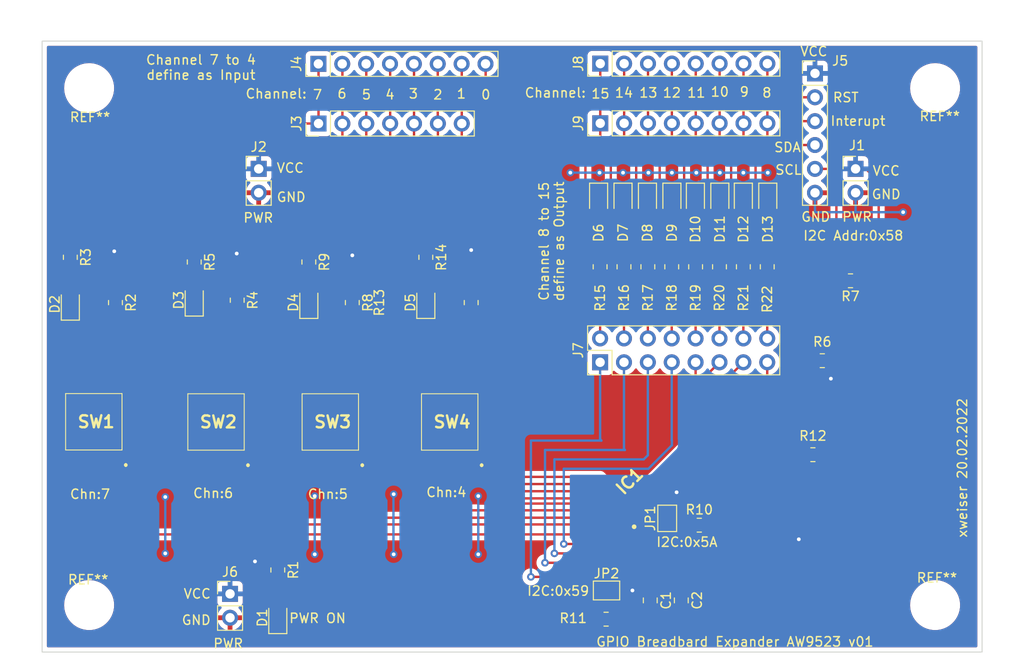
<source format=kicad_pcb>
(kicad_pcb (version 20211014) (generator pcbnew)
  (title_block (title "GPIO Breadboard expander AW9523") (date "2022-02-20") (rev "v01") (company "Reflow Pads") (comment 1 "Project ChicksiIoT"))
  (layers (0 "F.Cu" signal) (31 "B.Cu" signal) (34 "B.Paste" user) (35 "F.Paste" user) (36 "B.SilkS" user "B.Silkscreen") (37 "F.SilkS" user "F.Silkscreen") (38 "B.Mask" user) (39 "F.Mask" user) (44 "Edge.Cuts" user))
  (net 0 "")
  (net 1 "VCC")
  (net 2 "GND")
  (net 3 "Net-(D1-Pad2)")
  (net 4 "Net-(D2-Pad2)")
  (net 5 "P0_0")
  (net 6 "P0_1")
  (net 7 "P0_2")
  (net 8 "P0_3")
  (net 9 "P0_4")
  (net 10 "P0_5")
  (net 11 "P0_6")
  (net 12 "P0_7")
  (net 13 "Addr0")
  (net 14 "SCL")
  (net 15 "SDA")
  (net 16 "Addr1")
  (net 17 "Net-(D3-Pad2)")
  (net 18 "Net-(D4-Pad2)")
  (net 19 "Net-(D5-Pad2)")
  (net 20 "Net-(D6-Pad2)")
  (net 21 "Net-(D7-Pad2)")
  (net 22 "Net-(D8-Pad2)")
  (net 23 "Net-(D9-Pad2)")
  (net 24 "Net-(D10-Pad2)")
  (net 25 "Net-(D11-Pad2)")
  (net 26 "Net-(D12-Pad2)")
  (net 27 "Net-(D13-Pad2)")
  (net 28 "P1_0")
  (net 29 "P1_1")
  (net 30 "P1_2")
  (net 31 "P1_3")
  (net 32 "P1_4")
  (net 33 "P1_5")
  (net 34 "P1_6")
  (net 35 "P1_7")
  (net 36 "INT")
  (net 37 "RST")
  (net 38 "Net-(J7-Pad2)")
  (net 39 "Net-(J7-Pad4)")
  (net 40 "Net-(J7-Pad6)")
  (net 41 "Net-(J7-Pad8)")
  (net 42 "Net-(J7-Pad10)")
  (net 43 "Net-(J7-Pad12)")
  (net 44 "Net-(J7-Pad14)")
  (net 45 "Net-(J7-Pad16)")
  (footprint "SamacSys_Parts:314375650" (layer "F.Cu") (at 149.46 100.52 180)
    (fp_text reference "SW4")
    (fp_text value "SW_Push" hide)
  )
  (footprint "Resistor_SMD:R_0805_2012Metric" (layer "F.Cu") (at 170.542 84.01 90)
    (fp_text reference "R17")
    (fp_text value "220")
  )
  (footprint "LED_SMD:LED_0805_2012Metric" (layer "F.Cu") (at 122.282 87.566 90)
    (fp_text reference "D3")
    (fp_text value "Green")
  )
  (footprint "Resistor_SMD:R_0805_2012Metric" (layer "F.Cu") (at 146.92 83 -90)
    (fp_text reference "R14")
    (fp_text value "220")
  )
  (footprint "SamacSys_Parts:314375650" (layer "F.Cu") (at 111.6 100.5 180)
    (fp_text reference "SW1")
    (fp_text value "SW_Push" hide)
  )
  (footprint "SamacSys_Parts:314375650" (layer "F.Cu") (at 136.76 100.52 180)
    (fp_text reference "SW3")
    (fp_text value "SW_Push" hide)
  )
  (footprint "Resistor_SMD:R_0805_2012Metric" (layer "F.Cu") (at 189.1 94 180)
    (fp_text reference "R6")
    (fp_text value "10k")
  )
  (footprint "LED_SMD:LED_0805_2012Metric" (layer "F.Cu") (at 167.9 76.8 -90)
    (fp_text reference "D7")
    (fp_text value "Blue")
  )
  (footprint "Resistor_SMD:R_0805_2012Metric" (layer "F.Cu") (at 122.282 83.502 -90)
    (fp_text reference "R5")
    (fp_text value "220")
  )
  (footprint "Resistor_SMD:R_0805_2012Metric" (layer "F.Cu") (at 183.242 84.01 90)
    (fp_text reference "R22")
    (fp_text value "220")
  )
  (footprint "Resistor_SMD:R_0805_2012Metric" (layer "F.Cu") (at 151.746 87.82 -90)
    (fp_text reference "R13")
    (fp_text value "10k")
  )
  (footprint "Connector_PinHeader_2.54mm:PinHeader_1x08_P2.54mm_Vertical" (layer "F.Cu") (at 165.477 68.745 90)
    (fp_text reference "J9")
    (fp_text value "Conn_01x08_Male")
  )
  (footprint "LED_SMD:LED_0805_2012Metric" (layer "F.Cu") (at 178.2 76.8 -90)
    (fp_text reference "D11")
    (fp_text value "Blue")
  )
  (footprint "Capacitor_SMD:C_0805_2012Metric" (layer "F.Cu") (at 170.798 119.5 -90)
    (fp_text reference "C1")
    (fp_text value "10µF")
  )
  (footprint "MountingHole:MountingHole_4.3mm_M4" (layer "F.Cu") (at 111.1 120)
    (fp_text reference "REF**")
    (fp_text value "MountingHole_4.3mm_M4")
  )
  (footprint "LED_SMD:LED_0805_2012Metric" (layer "F.Cu") (at 180.7 76.8 -90)
    (fp_text reference "D12")
    (fp_text value "Red")
  )
  (footprint "Resistor_SMD:R_0805_2012Metric" (layer "F.Cu") (at 192.1 85.5 180)
    (fp_text reference "R7")
    (fp_text value "10k")
  )
  (footprint "LED_SMD:LED_0805_2012Metric" (layer "F.Cu") (at 109.1 88 90)
    (fp_text reference "D2")
    (fp_text value "Green")
  )
  (footprint "Resistor_SMD:R_0805_2012Metric" (layer "F.Cu") (at 176.0125 111.5)
    (fp_text reference "R10")
    (fp_text value "10k")
  )
  (footprint "MountingHole:MountingHole_4.3mm_M4" (layer "F.Cu") (at 201.1 120)
    (fp_text reference "REF**")
    (fp_text value "MountingHole_4.3mm_M4")
  )
  (footprint "Connector_PinHeader_2.54mm:PinHeader_1x02_P2.54mm_Vertical" (layer "F.Cu") (at 129.14 73.591)
    (fp_text reference "J2")
    (fp_text value "PWR_Bottom2")
  )
  (footprint "Connector_PinHeader_2.54mm:PinHeader_1x08_P2.54mm_Vertical" (layer "F.Cu") (at 135.49 62.42 90)
    (fp_text reference "J4")
    (fp_text value "P0_0-07")
  )
  (footprint "Connector_PinHeader_2.54mm:PinHeader_1x02_P2.54mm_Vertical" (layer "F.Cu") (at 192.64 73.591)
    (fp_text reference "J1")
    (fp_text value "PWR_Bottom1")
  )
  (footprint "LED_SMD:LED_0805_2012Metric" (layer "F.Cu") (at 146.92 87.82 90)
    (fp_text reference "D5")
    (fp_text value "Green")
  )
  (footprint "LED_SMD:LED_0805_2012Metric" (layer "F.Cu") (at 170.5 76.8 -90)
    (fp_text reference "D8")
    (fp_text value "Red")
  )
  (footprint "LED_SMD:LED_0805_2012Metric" (layer "F.Cu") (at 134.474 87.82 90)
    (fp_text reference "D4")
    (fp_text value "Green")
  )
  (footprint "Connector_PinHeader_2.54mm:PinHeader_1x02_P2.54mm_Vertical" (layer "F.Cu") (at 126.092 118.808)
    (fp_text reference "J6")
    (fp_text value "PWR_Top")
  )
  (footprint "Jumper:SolderJumper-2_P1.3mm_Open_TrianglePad1.0x1.5mm" (layer "F.Cu") (at 166.145 118.444)
    (fp_text reference "JP2")
    (fp_text value "SolderJumper_2_Open")
  )
  (footprint "SamacSys_Parts:314375650" (layer "F.Cu") (at 124.6 100.52 180)
    (fp_text reference "SW2")
    (fp_text value "SW_Push" hide)
  )
  (footprint "Resistor_SMD:R_0805_2012Metric" (layer "F.Cu") (at 134.474 83.502 -90)
    (fp_text reference "R9")
    (fp_text value "220")
  )
  (footprint "LED_SMD:LED_0805_2012Metric" (layer "F.Cu") (at 131.172 121.348 90)
    (fp_text reference "D1")
    (fp_text value "Green")
  )
  (footprint "Resistor_SMD:R_0805_2012Metric" (layer "F.Cu") (at 180.702 84.01 90)
    (fp_text reference "R21")
    (fp_text value "220")
  )
  (footprint "Resistor_SMD:R_0805_2012Metric" (layer "F.Cu") (at 173.082 84.01 90)
    (fp_text reference "R18")
    (fp_text value "220")
  )
  (footprint "Connector_PinHeader_2.54mm:PinHeader_1x08_P2.54mm_Vertical" (layer "F.Cu") (at 165.477 62.395 90)
    (fp_text reference "J8")
    (fp_text value "Conn_01x08_Male")
  )
  (footprint "Resistor_SMD:R_0805_2012Metric" (layer "F.Cu") (at 178.162 84.01 90)
    (fp_text reference "R20")
    (fp_text value "220")
  )
  (footprint "Connector_PinHeader_2.54mm:PinHeader_1x06_P2.54mm_Vertical" (layer "F.Cu") (at 188.322 63.436)
    (fp_text reference "J5")
    (fp_text value "I2C ComPort")
  )
  (footprint "MountingHole:MountingHole_4.3mm_M4" (layer "F.Cu") (at 111.1 65)
    (fp_text reference "REF**")
    (fp_text value "MountingHole_4.3mm_M4")
  )
  (footprint "Jumper:SolderJumper-2_P1.3mm_Open_TrianglePad1.0x1.5mm" (layer "F.Cu") (at 172.6 110.775 90)
    (fp_text reference "JP1")
    (fp_text value "SolderJumper_2_Open")
  )
  (footprint "Resistor_SMD:R_0805_2012Metric" (layer "F.Cu") (at 139.1 87.82 -90)
    (fp_text reference "R8")
    (fp_text value "10k")
  )
  (footprint "Resistor_SMD:R_0805_2012Metric" (layer "F.Cu") (at 113.9 87.82 -90)
    (fp_text reference "R2")
    (fp_text value "10k")
  )
  (footprint "Resistor_SMD:R_0805_2012Metric" (layer "F.Cu") (at 188.1 104 180)
    (fp_text reference "R12")
    (fp_text value "10k")
  )
  (footprint "Connector_PinHeader_2.54mm:PinHeader_2x08_P2.54mm_Vertical" (layer "F.Cu") (at 165.462 94.17 90)
    (fp_text reference "J7")
    (fp_text value "Conn_02x08_Odd_Even")
  )
  (footprint "Resistor_SMD:R_0805_2012Metric" (layer "F.Cu") (at 131.172 116.268 -90)
    (fp_text reference "R1")
    (fp_text value "220")
  )
  (footprint "Connector_PinHeader_2.54mm:PinHeader_1x07_P2.54mm_Vertical" (layer "F.Cu") (at 135.505 68.77 90)
    (fp_text reference "J3")
    (fp_text value "P0_0-07")
  )
  (footprint "Capacitor_SMD:C_0805_2012Metric" (layer "F.Cu") (at 174.1 119.5 -90)
    (fp_text reference "C2")
    (fp_text value "0.1µF")
  )
  (footprint "Resistor_SMD:R_0805_2012Metric" (layer "F.Cu") (at 168.002 84.01 90)
    (fp_text reference "R16")
    (fp_text value "220")
  )
  (footprint "LED_SMD:LED_0805_2012Metric" (layer "F.Cu") (at 175.6 76.8 -90)
    (fp_text reference "D10")
    (fp_text value "yellow")
  )
  (footprint "Resistor_SMD:R_0805_2012Metric" (layer "F.Cu") (at 166.1 121.5)
    (fp_text reference "R11")
    (fp_text value "10k")
  )
  (footprint "Resistor_SMD:R_0805_2012Metric" (layer "F.Cu") (at 175.622 84.01 90)
    (fp_text reference "R19")
    (fp_text value "220")
  )
  (footprint "LED_SMD:LED_0805_2012Metric" (layer "F.Cu") (at 183.3 76.8 -90)
    (fp_text reference "D13")
    (fp_text value "Green")
  )
  (footprint "Resistor_SMD:R_0805_2012Metric" (layer "F.Cu") (at 165.462 84.01 90)
    (fp_text reference "R15")
    (fp_text value "220")
  )
  (footprint "MountingHole:MountingHole_4.3mm_M4" (layer "F.Cu") (at 201.1 65)
    (fp_text reference "REF**")
    (fp_text value "MountingHole_4.3mm_M4")
  )
  (footprint "LED_SMD:LED_0805_2012Metric" (layer "F.Cu") (at 165.3 76.8 -90)
    (fp_text reference "D6")
    (fp_text value "White")
  )
  (footprint "Resistor_SMD:R_0805_2012Metric" (layer "F.Cu") (at 109.1 83 -90)
    (fp_text reference "R3")
    (fp_text value "220")
  )
  (footprint "Resistor_SMD:R_0805_2012Metric" (layer "F.Cu") (at 126.854 87.566 -90)
    (fp_text reference "R4")
    (fp_text value "10k")
  )
  (footprint "SamacSys_Parts:QFN50P400X400X80-25N-D" (layer "F.Cu") (at 165.97 111.95 -135)
    (fp_text reference "IC1")
    (fp_text value "AW9523BTQR" hide)
  )
  (footprint "LED_SMD:LED_0805_2012Metric" (layer "F.Cu") (at 173.1 76.8 -90)
    (fp_text reference "D9")
    (fp_text value "Green")
  )
  (gr_rect (start 106.1 60) (end 206.1 125) (layer "Edge.Cuts") (width 0.1) (fill none))
  (gr_text "Interupt" (at 192.9 68.5) (layer "F.SilkS") (effects (font (size 1 1))))
  (gr_text "12" (at 173.1 65.5) (layer "F.SilkS") (effects (font (size 1 1))))
  (gr_text " Channel 7 to 4 \ndefine as Input" (at 123 62.8) (layer "F.SilkS") (effects (font (size 1 1))))
  (gr_text "15" (at 165.5 65.6) (layer "F.SilkS") (effects (font (size 1 1))))
  (gr_text "Chn:6" (at 124.3 108.1) (layer "F.SilkS") (effects (font (size 1 1))))
  (gr_text "Chn:4" (at 149.1 108) (layer "F.SilkS") (effects (font (size 1 1))))
  (gr_text "Channel:" (at 131 65.6) (layer "F.SilkS") (effects (font (size 1 1))))
  (gr_text "VCC" (at 188.2 61.1) (layer "F.SilkS") (effects (font (size 1 1))))
  (gr_text "10" (at 178.2 65.4) (layer "F.SilkS") (effects (font (size 1 1))))
  (gr_text "GND" (at 188.4 78.7) (layer "F.SilkS") (effects (font (size 1 1))))
  (gr_text "SCL" (at 185.5 73.7) (layer "F.SilkS") (effects (font (size 1 1))))
  (gr_text "PWR" (at 192.8 78.7) (layer "F.SilkS") (effects (font (size 1 1))))
  (gr_text "5" (at 140.6 65.7) (layer "F.SilkS") (effects (font (size 1 1))))
  (gr_text "3" (at 145.6 65.6) (layer "F.SilkS") (effects (font (size 1 1))))
  (gr_text "7" (at 135.4 65.7) (layer "F.SilkS") (effects (font (size 1 1))))
  (gr_text "Chn:5" (at 136.5 108.2) (layer "F.SilkS") (effects (font (size 1 1))))
  (gr_text "VCC" (at 195.9 73.8) (layer "F.SilkS") (effects (font (size 1 1))))
  (gr_text "PWR" (at 129.1 78.8) (layer "F.SilkS") (effects (font (size 1 1))))
  (gr_text "9" (at 180.8 65.4) (layer "F.SilkS") (effects (font (size 1 1))))
  (gr_text "1" (at 150.7 65.6) (layer "F.SilkS") (effects (font (size 1 1))))
  (gr_text "xweiser 20.02.2022" (at 204 105.4 90) (layer "F.SilkS") (effects (font (size 1 1))))
  (gr_text "I2C:0x5A" (at 174.7 113.3) (layer "F.SilkS") (effects (font (size 1 1))))
  (gr_text "I2C:0x59" (at 161 118.5) (layer "F.SilkS") (effects (font (size 1 1))))
  (gr_text "PWR" (at 125.9 124.1) (layer "F.SilkS") (effects (font (size 1 1))))
  (gr_text "GND" (at 132.6 76.6) (layer "F.SilkS") (effects (font (size 1 1))))
  (gr_text "8" (at 183.2 65.5) (layer "F.SilkS") (effects (font (size 1 1))))
  (gr_text "GND" (at 195.9 76.3) (layer "F.SilkS") (effects (font (size 1 1))))
  (gr_text "SDA" (at 185.4 71.3) (layer "F.SilkS") (effects (font (size 1 1))))
  (gr_text "GND" (at 122.5 121.6) (layer "F.SilkS") (effects (font (size 1 1))))
  (gr_text "PWR ON" (at 135.4 121.4) (layer "F.SilkS") (effects (font (size 1 1))))
  (gr_text "11" (at 175.7 65.5) (layer "F.SilkS") (effects (font (size 1 1))))
  (gr_text "14" (at 168 65.5) (layer "F.SilkS") (effects (font (size 1 1))))
  (gr_text "VCC" (at 122.6 118.8) (layer "F.SilkS") (effects (font (size 1 1))))
  (gr_text "6\n" (at 138 65.6) (layer "F.SilkS") (effects (font (size 1 1))))
  (gr_text "13" (at 170.6 65.5) (layer "F.SilkS") (effects (font (size 1 1))))
  (gr_text "Channel:" (at 160.7 65.5) (layer "F.SilkS") (effects (font (size 1 1))))
  (gr_text "2" (at 148.2 65.7) (layer "F.SilkS") (effects (font (size 1 1))))
  (gr_text "I2C Addr:0x58" (at 192.4 80.7) (layer "F.SilkS") (effects (font (size 1 1))))
  (gr_text " Channel 8 to 15 \ndefine as Output" (at 160.3 81.3 90) (layer "F.SilkS") (effects (font (size 1 1))))
  (gr_text "GPIO Breadbard Expander AW9523 v01" (at 179.8 123.9) (layer "F.SilkS") (effects (font (size 1 1))))
  (gr_text "VCC" (at 132.5 73.5) (layer "F.SilkS") (effects (font (size 1 1))))
  (gr_text "Chn:7" (at 111.2 108.2) (layer "F.SilkS") (effects (font (size 1 1))))
  (gr_text "0" (at 153.3 65.7) (layer "F.SilkS") (effects (font (size 1 1))))
  (gr_text "4" (at 143.1 65.7) (layer "F.SilkS") (effects (font (size 1 1))))
  (gr_text "RST" (at 191.6 66) (layer "F.SilkS") (effects (font (size 1 1))))
  (segment (start 126.859 73.591) (end 129.14 73.591) (width 0.25) (layer "F.Cu") (net 1))
  (segment (start 113.9 82.486) (end 113.9 86.9075) (width 0.25) (layer "F.Cu") (net 1))
  (segment (start 128.7445 115.3555) (end 131.172 115.3555) (width 0.25) (layer "F.Cu") (net 1))
  (segment (start 192.64 63.54) (end 192.64 73.591) (width 0.25) (layer "F.Cu") (net 1))
  (segment (start 139.1 82.794) (end 139.1 86.9075) (width 0.25) (layer "F.Cu") (net 1))
  (segment (start 168.666447 115) (end 184.6 115) (width 0.25) (layer "F.Cu") (net 1))
  (segment (start 109.1 82.0875) (end 113.5015 82.0875) (width 0.25) (layer "F.Cu") (net 1))
  (segment (start 190.0125 94) (end 190.0125 95.9125) (width 0.25) (layer "F.Cu") (net 1))
  (segment (start 146.92 82.0875) (end 151.6015 82.0875) (width 0.25) (layer "F.Cu") (net 1))
  (segment (start 172.6 110.05) (end 172.6 109) (width 0.25) (layer "F.Cu") (net 1))
  (segment (start 189.0125 110.5875) (end 189.0125 105.7125) (width 0.25) (layer "F.Cu") (net 1))
  (segment (start 126.859 82.541) (end 126.8 82.6) (width 0.25) (layer "F.Cu") (net 1))
  (segment (start 188.322 63.436) (end 192.536 63.436) (width 0.25) (layer "F.Cu") (net 1))
  (segment (start 169.008 118.55) (end 168.902 118.444) (width 0.25) (layer "F.Cu") (net 1))
  (segment (start 168.902 118.444) (end 167.378 118.444) (width 0.25) (layer "F.Cu") (net 1))
  (segment (start 151.6015 82.0875) (end 151.746 82.232) (width 0.25) (layer "F.Cu") (net 1))
  (segment (start 172.6 109) (end 173.6 108) (width 0.25) (layer "F.Cu") (net 1))
  (segment (start 170.798 118.55) (end 174.1 118.55) (width 0.25) (layer "F.Cu") (net 1))
  (segment (start 138.8955 82.5895) (end 139.1 82.794) (width 0.25) (layer "F.Cu") (net 1))
  (segment (start 170.798 118.55) (end 169.008 118.55) (width 0.25) (layer "F.Cu") (net 1))
  (segment (start 126.092 118.808) (end 126.092 115.508) (width 0.25) (layer "F.Cu") (net 1))
  (segment (start 189.0125 104) (end 189.0125 105.7125) (width 0.25) (layer "F.Cu") (net 1))
  (segment (start 126.2445 115.3555) (end 128.7445 115.3555) (width 0.25) (layer "F.Cu") (net 1))
  (segment (start 126.8 82.6) (end 126.854 82.654) (width 0.25) (layer "F.Cu") (net 1))
  (segment (start 193.74 73.591) (end 195.1 74.951) (width 0.25) (layer "F.Cu") (net 1))
  (segment (start 113.773 82.359) (end 113.9 82.486) (width 0.25) (layer "F.Cu") (net 1))
  (segment (start 134.474 82.5895) (end 138.8955 82.5895) (width 0.25) (layer "F.Cu") (net 1))
  (segment (start 126.854 82.654) (end 126.854 86.6535) (width 0.25) (layer "F.Cu") (net 1))
  (segment (start 113.5015 82.0875) (end 113.773 82.359) (width 0.25) (layer "F.Cu") (net 1))
  (segment (start 184.6 115) (end 186.6 113) (width 0.25) (layer "F.Cu") (net 1))
  (segment (start 126.859 73.591) (end 126.859 82.541) (width 0.25) (layer "F.Cu") (net 1))
  (segment (start 192.64 73.591) (end 193.74 73.591) (width 0.25) (layer "F.Cu") (net 1))
  (segment (start 195.1 85.5) (end 193.0125 85.5) (width 0.25) (layer "F.Cu") (net 1))
  (segment (start 186.6 113) (end 189.0125 110.5875) (width 0.25) (layer "F.Cu") (net 1))
  (segment (start 151.746 82.232) (end 151.746 86.9075) (width 0.25) (layer "F.Cu") (net 1))
  (segment (start 195.1 74.951) (end 195.1 85.5) (width 0.25) (layer "F.Cu") (net 1))
  (segment (start 192.536 63.436) (end 192.64 63.54) (width 0.25) (layer "F.Cu") (net 1))
  (segment (start 167.207437 113.54099) (end 168.666447 115) (width 0.25) (layer "F.Cu") (net 1))
  (segment (start 126.092 115.508) (end 126.2445 115.3555) (width 0.25) (layer "F.Cu") (net 1))
  (segment (start 126.7895 82.5895) (end 126.8 82.6) (width 0.25) (layer "F.Cu") (net 1))
  (segment (start 122.282 82.5895) (end 126.7895 82.5895) (width 0.25) (layer "F.Cu") (net 1))
  (via (at 151.746 82.232) (size 0.8) (drill 0.4) (layers "F.Cu" "B.Cu") (net 1))
  (via (at 168.902 118.444) (size 0.8) (drill 0.4) (layers "F.Cu" "B.Cu") (net 1))
  (via (at 128.7445 115.3555) (size 0.8) (drill 0.4) (layers "F.Cu" "B.Cu") (net 1))
  (via (at 190.0125 95.9125) (size 0.8) (drill 0.4) (layers "F.Cu" "B.Cu") (net 1))
  (via (at 126.8 82.6) (size 0.8) (drill 0.4) (layers "F.Cu" "B.Cu") (net 1))
  (via (at 139.1 82.794) (size 0.8) (drill 0.4) (layers "F.Cu" "B.Cu") (net 1))
  (via (at 186.6 113) (size 0.8) (drill 0.4) (layers "F.Cu" "B.Cu") (net 1))
  (via (at 173.6 108) (size 0.8) (drill 0.4) (layers "F.Cu" "B.Cu") (net 1))
  (via (at 113.773 82.359) (size 0.8) (drill 0.4) (layers "F.Cu" "B.Cu") (net 1))
  (segment (start 152.5 109.2) (end 152.5 108.4) (width 0.25) (layer "F.Cu") (net 2))
  (segment (start 170.5 74.1) (end 170.6 74) (width 0.25) (layer "F.Cu") (net 2))
  (segment (start 165.3 75.8625) (end 165.3 74.1) (width 0.25) (layer "F.Cu") (net 2))
  (segment (start 164.732563 110.35901) (end 165.97 111.596447) (width 0.25) (layer "F.Cu") (net 2))
  (segment (start 175.6 75.8625) (end 175.6 74.1) (width 0.25) (layer "F.Cu") (net 2))
  (segment (start 163.573553 109.2) (end 152.5 109.2) (width 0.25) (layer "F.Cu") (net 2))
  (segment (start 165.97 111.596447) (end 165.97 111.95) (width 0.25) (layer "F.Cu") (net 2))
  (segment (start 175.6 74.1) (end 175.7 74) (width 0.25) (layer "F.Cu") (net 2))
  (segment (start 178.2 75.8625) (end 178.2 74) (width 0.25) (layer "F.Cu") (net 2))
  (segment (start 163.573553 109.2) (end 164.732563 110.35901) (width 0.25) (layer "F.Cu") (net 2))
  (segment (start 165.3 74.1) (end 165.4 74) (width 0.25) (layer "F.Cu") (net 2))
  (segment (start 180.7 75.8625) (end 180.7 74) (width 0.25) (layer "F.Cu") (net 2))
  (segment (start 183.3 75.8625) (end 183.3 74) (width 0.25) (layer "F.Cu") (net 2))
  (segment (start 167.9 75.8625) (end 167.9 74) (width 0.25) (layer "F.Cu") (net 2))
  (segment (start 173.1 75.8625) (end 173.1 74) (width 0.25) (layer "F.Cu") (net 2))
  (segment (start 170.5 75.8625) (end 170.5 74.1) (width 0.25) (layer "F.Cu") (net 2))
  (via (at 180.7 74) (size 0.8) (drill 0.4) (layers "F.Cu" "B.Cu") (net 2))
  (via (at 178.2 74) (size 0.8) (drill 0.4) (layers "F.Cu" "B.Cu") (net 2))
  (via (at 143.5 114.6) (size 0.8) (drill 0.4) (layers "F.Cu" "B.Cu") (net 2))
  (via (at 170.6 74) (size 0.8) (drill 0.4) (layers "F.Cu" "B.Cu") (net 2))
  (via (at 197.7 78.2) (size 0.8) (drill 0.4) (layers "F.Cu" "B.Cu") (net 2))
  (via (at 165.4 74) (size 0.8) (drill 0.4) (layers "F.Cu" "B.Cu") (net 2))
  (via (at 167.9 74) (size 0.8) (drill 0.4) (layers "F.Cu" "B.Cu") (net 2))
  (via (at 152.5 108.4) (size 0.8) (drill 0.4) (layers "F.Cu" "B.Cu") (net 2))
  (via (at 119.2 108.5) (size 0.8) (drill 0.4) (layers "F.Cu" "B.Cu") (net 2))
  (via (at 119.2 114.5) (size 0.8) (drill 0.4) (layers "F.Cu" "B.Cu") (net 2))
  (via (at 175.7 74) (size 0.8) (drill 0.4) (layers "F.Cu" "B.Cu") (net 2))
  (via (at 135.1 114.6) (size 0.8) (drill 0.4) (layers "F.Cu" "B.Cu") (net 2))
  (via (at 152.5 114.6) (size 0.8) (drill 0.4) (layers "F.Cu" "B.Cu") (net 2))
  (via (at 183.3 74) (size 0.8) (drill 0.4) (layers "F.Cu" "B.Cu") (net 2))
  (via (at 173.1 74) (size 0.8) (drill 0.4) (layers "F.Cu" "B.Cu") (net 2))
  (via (at 135.1 108.4) (size 0.8) (drill 0.4) (layers "F.Cu" "B.Cu") (net 2))
  (via (at 162.293695 73.996408) (size 0.8) (drill 0.4) (layers "F.Cu" "B.Cu") (net 2))
  (via (at 143.5 108.2) (size 0.8) (drill 0.4) (layers "F.Cu" "B.Cu") (net 2))
  (segment (start 175.7 74) (end 178.2 74) (width 0.25) (layer "B.Cu") (net 2))
  (segment (start 188.3 78.2) (end 188.322 78.178) (width 0.25) (layer "B.Cu") (net 2))
  (segment (start 173.1 74) (end 175.7 74) (width 0.25) (layer "B.Cu") (net 2))
  (segment (start 192.7 78.2) (end 192.64 78.14) (width 0.25) (layer "B.Cu") (net 2))
  (segment (start 119.2 114.5) (end 119.2 108.5) (width 0.25) (layer "B.Cu") (net 2))
  (segment (start 192.64 78.14) (end 192.64 76.131) (width 0.25) (layer "B.Cu") (net 2))
  (segment (start 178.2 74) (end 180.7 74) (width 0.25) (layer "B.Cu") (net 2))
  (segment (start 135.1 108.4) (end 135.1 114.6) (width 0.25) (layer "B.Cu") (net 2))
  (segment (start 162.293695 73.996408) (end 165.396408 73.996408) (width 0.25) (layer "B.Cu") (net 2))
  (segment (start 152.5 114.6) (end 152.5 108.4) (width 0.25) (layer "B.Cu") (net 2))
  (segment (start 165.4 74) (end 167.9 74) (width 0.25) (layer "B.Cu") (net 2))
  (segment (start 143.476001 107.992958) (end 143.476001 114.392189) (width 0.25) (layer "B.Cu") (net 2))
  (segment (start 197.7 78.2) (end 192.7 78.2) (width 0.25) (layer "B.Cu") (net 2))
  (segment (start 192.7 78.2) (end 188.3 78.2) (width 0.25) (layer "B.Cu") (net 2))
  (segment (start 180.7 74) (end 183.3 74) (width 0.25) (layer "B.Cu") (net 2))
  (segment (start 188.322 78.178) (end 188.322 76.136) (width 0.25) (layer "B.Cu") (net 2))
  (segment (start 165.396408 73.996408) (end 165.4 74) (width 0.25) (layer "B.Cu") (net 2))
  (segment (start 143.476001 114.392189) (end 143.678348 114.594536) (width 0.25) (layer "B.Cu") (net 2))
  (segment (start 173.1 74) (end 170.6 74) (width 0.25) (layer "B.Cu") (net 2))
  (segment (start 167.9 74) (end 170.6 74) (width 0.25) (layer "B.Cu") (net 2))
  (segment (start 131.172 120.4105) (end 131.172 117.1805) (width 0.25) (layer "F.Cu") (net 3))
  (segment (start 109.1 87.0625) (end 109.1 83.9125) (width 0.25) (layer "F.Cu") (net 4))
  (segment (start 156.572 106.362) (end 156.572 80.708) (width 0.25) (layer "F.Cu") (net 5))
  (segment (start 166.853883 110.005456) (end 167.748 109.111339) (width 0.25) (layer "F.Cu") (net 5))
  (segment (start 153.27 77.914) (end 153.285 77.899) (width 0.25) (layer "F.Cu") (net 5))
  (segment (start 153.285 62.435) (end 153.27 62.42) (width 0.25) (layer "F.Cu") (net 5))
  (segment (start 167.748 108.648) (end 165.462 106.362) (width 0.25) (layer "F.Cu") (net 5))
  (segment (start 153.285 77.899) (end 153.285 68.77) (width 0.25) (layer "F.Cu") (net 5))
  (segment (start 165.462 106.362) (end 156.572 106.362) (width 0.25) (layer "F.Cu") (net 5))
  (segment (start 153.778 77.914) (end 153.27 77.914) (width 0.25) (layer "F.Cu") (net 5))
  (segment (start 167.748 109.111339) (end 167.748 108.648) (width 0.25) (layer "F.Cu") (net 5))
  (segment (start 156.572 80.708) (end 153.778 77.914) (width 0.25) (layer "F.Cu") (net 5))
  (segment (start 153.285 68.77) (end 153.285 62.435) (width 0.25) (layer "F.Cu") (net 5))
  (segment (start 165.462 107.124) (end 156.064 107.124) (width 0.25) (layer "F.Cu") (net 6))
  (segment (start 150.745 68.77) (end 150.745 62.435) (width 0.25) (layer "F.Cu") (net 6))
  (segment (start 150.73 78.676) (end 150.745 78.661) (width 0.25) (layer "F.Cu") (net 6))
  (segment (start 150.745 62.435) (end 150.73 62.42) (width 0.25) (layer "F.Cu") (net 6))
  (segment (start 166.50033 109.651903) (end 166.50033 109.64167) (width 0.25) (layer "F.Cu") (net 6))
  (segment (start 167.24 108.902) (end 165.462 107.124) (width 0.25) (layer "F.Cu") (net 6))
  (segment (start 166.50033 109.64167) (end 167.24 108.902) (width 0.25) (layer "F.Cu") (net 6))
  (segment (start 153.27 78.676) (end 150.73 78.676) (width 0.25) (layer "F.Cu") (net 6))
  (segment (start 155.556 80.962) (end 153.27 78.676) (width 0.25) (layer "F.Cu") (net 6))
  (segment (start 150.745 78.661) (end 150.745 68.77) (width 0.25) (layer "F.Cu") (net 6))
  (segment (start 155.556 106.616) (end 155.556 80.962) (width 0.25) (layer "F.Cu") (net 6))
  (segment (start 156.064 107.124) (end 155.556 106.616) (width 0.25) (layer "F.Cu") (net 6))
  (segment (start 152.762 79.438) (end 148.19 79.438) (width 0.25) (layer "F.Cu") (net 7))
  (segment (start 165.43967 109.651903) (end 163.673767 107.886) (width 0.25) (layer "F.Cu") (net 7))
  (segment (start 148.205 79.423) (end 148.205 68.77) (width 0.25) (layer "F.Cu") (net 7))
  (segment (start 155.556 107.886) (end 154.794 107.124) (width 0.25) (layer "F.Cu") (net 7))
  (segment (start 148.19 68.755) (end 148.205 68.77) (width 0.25) (layer "F.Cu") (net 7))
  (segment (start 154.794 81.47) (end 152.762 79.438) (width 0.25) (layer "F.Cu") (net 7))
  (segment (start 148.19 62.42) (end 148.19 68.755) (width 0.25) (layer "F.Cu") (net 7))
  (segment (start 154.794 107.124) (end 154.794 81.47) (width 0.25) (layer "F.Cu") (net 7))
  (segment (start 148.19 79.438) (end 148.205 79.423) (width 0.25) (layer "F.Cu") (net 7))
  (segment (start 163.673767 107.886) (end 155.556 107.886) (width 0.25) (layer "F.Cu") (net 7))
  (segment (start 163.764695 108.648) (end 155.048 108.648) (width 0.25) (layer "F.Cu") (net 8))
  (segment (start 154.032 107.632) (end 154.032 81.724) (width 0.25) (layer "F.Cu") (net 8))
  (segment (start 145.665 80.439) (end 145.665 68.77) (width 0.25) (layer "F.Cu") (net 8))
  (segment (start 145.65 80.454) (end 145.665 80.439) (width 0.25) (layer "F.Cu") (net 8))
  (segment (start 165.086117 109.969422) (end 163.764695 108.648) (width 0.25) (layer "F.Cu") (net 8))
  (segment (start 145.665 68.77) (end 145.665 62.435) (width 0.25) (layer "F.Cu") (net 8))
  (segment (start 145.665 62.435) (end 145.65 62.42) (width 0.25) (layer "F.Cu") (net 8))
  (segment (start 154.032 81.724) (end 152.762 80.454) (width 0.25) (layer "F.Cu") (net 8))
  (segment (start 152.762 80.454) (end 145.65 80.454) (width 0.25) (layer "F.Cu") (net 8))
  (segment (start 155.048 108.648) (end 154.032 107.632) (width 0.25) (layer "F.Cu") (net 8))
  (segment (start 143.125 88.089) (end 143.125 68.77) (width 0.25) (layer "F.Cu") (net 9))
  (segment (start 146.92 88.7575) (end 146.8415 88.836) (width 0.25) (layer "F.Cu") (net 9))
  (segment (start 149.46 109.918) (end 149.46 98.2) (width 0.25) (layer "F.Cu") (net 9))
  (segment (start 143.125 68.77) (end 143.125 62.435) (width 0.25) (layer "F.Cu") (net 9))
  (segment (start 163.584447 109.918) (end 149.46 109.918) (width 0.25) (layer "F.Cu") (net 9))
  (segment (start 151.69 95.97) (end 151.69 88.7885) (width 0.25) (layer "F.Cu") (net 9))
  (segment (start 151.721 88.7575) (end 151.746 88.7325) (width 0.25) (layer "F.Cu") (net 9))
  (segment (start 164.37901 110.712563) (end 163.584447 109.918) (width 0.25) (layer "F.Cu") (net 9))
  (segment (start 143.125 62.435) (end 143.11 62.42) (width 0.25) (layer "F.Cu") (net 9))
  (segment (start 146.92 88.7575) (end 151.721 88.7575) (width 0.25) (layer "F.Cu") (net 9))
  (segment (start 143.872 88.836) (end 143.125 88.089) (width 0.25) (layer "F.Cu") (net 9))
  (segment (start 151.69 88.7885) (end 151.746 88.7325) (width 0.25) (layer "F.Cu") (net 9))
  (segment (start 146.8415 88.836) (end 143.872 88.836) (width 0.25) (layer "F.Cu") (net 9))
  (segment (start 149.46 98.2) (end 151.69 95.97) (width 0.25) (layer "F.Cu") (net 9))
  (segment (start 137.522 74.612) (end 140.57 74.612) (width 0.25) (layer "F.Cu") (net 10))
  (segment (start 138.99 88.8425) (end 139.1 88.7325) (width 0.25) (layer "F.Cu") (net 10))
  (segment (start 136.76 110.68) (end 136.76 98.2) (width 0.25) (layer "F.Cu") (net 10))
  (segment (start 131.68 88.836) (end 131.68 80.454) (width 0.25) (layer "F.Cu") (net 10))
  (segment (start 134.474 88.7575) (end 134.3955 88.836) (width 0.25) (layer "F.Cu") (net 10))
  (segment (start 140.57 74.612) (end 140.585 74.597) (width 0.25) (layer "F.Cu") (net 10))
  (segment (start 140.585 74.597) (end 140.585 68.77) (width 0.25) (layer "F.Cu") (net 10))
  (segment (start 134.499 88.7325) (end 134.474 88.7575) (width 0.25) (layer "F.Cu") (net 10))
  (segment (start 139.1 88.7325) (end 134.499 88.7325) (width 0.25) (layer "F.Cu") (net 10))
  (segment (start 136.76 98.2) (end 138.99 95.97) (width 0.25) (layer "F.Cu") (net 10))
  (segment (start 134.3955 88.836) (end 131.68 88.836) (width 0.25) (layer "F.Cu") (net 10))
  (segment (start 131.68 80.454) (end 137.522 74.612) (width 0.25) (layer "F.Cu") (net 10))
  (segment (start 140.585 68.77) (end 140.585 62.435) (width 0.25) (layer "F.Cu") (net 10))
  (segment (start 164.025456 111.066117) (end 164.025456 111.030081) (width 0.25) (layer "F.Cu") (net 10))
  (segment (start 163.665581 110.706242) (end 136.786242 110.706242) (width 0.25) (layer "F.Cu") (net 10))
  (segment (start 164.025456 111.066117) (end 163.665581 110.706242) (width 0.25) (layer "F.Cu") (net 10))
  (segment (start 138.99 95.97) (end 138.99 88.8425) (width 0.25) (layer "F.Cu") (net 10))
  (segment (start 140.585 62.435) (end 140.57 62.42) (width 0.25) (layer "F.Cu") (net 10))
  (segment (start 136.786242 110.706242) (end 136.76 110.68) (width 0.25) (layer "F.Cu") (net 10))
  (segment (start 164.025456 111.030081) (end 163.701616 110.706241) (width 0.25) (layer "F.Cu") (net 10))
  (segment (start 126.854 88.4785) (end 129.4975 88.4785) (width 0.25) (layer "F.Cu") (net 11))
  (segment (start 126.83 95.97) (end 126.83 88.5025) (width 0.25) (layer "F.Cu") (net 11))
  (segment (start 126.83 88.5025) (end 126.854 88.4785) (width 0.25) (layer "F.Cu") (net 11))
  (segment (start 130.664 87.312) (end 130.664 79.946) (width 0.25) (layer "F.Cu") (net 11))
  (segment (start 138.045 73.835) (end 138.045 68.77) (width 0.25) (layer "F.Cu") (net 11))
  (segment (start 124.568 111.442) (end 124.568 98.232) (width 0.25) (layer "F.Cu") (net 11))
  (segment (start 138.03 73.85) (end 138.045 73.835) (width 0.25) (layer "F.Cu") (net 11))
  (segment (start 130.664 79.946) (end 136.76 73.85) (width 0.25) (layer "F.Cu") (net 11))
  (segment (start 138.045 68.77) (end 138.045 62.435) (width 0.25) (layer "F.Cu") (net 11))
  (segment (start 122.282 88.5035) (end 126.829 88.5035) (width 0.25) (layer "F.Cu") (net 11))
  (segment (start 129.4975 88.4785) (end 130.664 87.312) (width 0.25) (layer "F.Cu") (net 11))
  (segment (start 163.671903 111.41967) (end 124.59033 111.41967) (width 0.25) (layer "F.Cu") (net 11))
  (segment (start 126.829 88.5035) (end 126.854 88.4785) (width 0.25) (layer "F.Cu") (net 11))
  (segment (start 124.568 98.232) (end 126.83 95.97) (width 0.25) (layer "F.Cu") (net 11))
  (segment (start 138.045 62.435) (end 138.03 62.42) (width 0.25) (layer "F.Cu") (net 11))
  (segment (start 136.76 73.85) (end 138.03 73.85) (width 0.25) (layer "F.Cu") (net 11))
  (segment (start 124.59033 111.41967) (end 124.568 111.442) (width 0.25) (layer "F.Cu") (net 11))
  (segment (start 118.5 68.8) (end 118.53 68.77) (width 0.25) (layer "F.Cu") (net 12))
  (segment (start 109.1 88.9375) (end 113.695 88.9375) (width 0.25) (layer "F.Cu") (net 12))
  (segment (start 113.695 88.9375) (end 113.9 88.7325) (width 0.25) (layer "F.Cu") (net 12))
  (segment (start 118.5 87.4) (end 118.5 68.8) (width 0.25) (layer "F.Cu") (net 12))
  (segment (start 163.671903 112.48033) (end 111.63633 112.48033) (width 0.25) (layer "F.Cu") (net 12))
  (segment (start 135.505 62.435) (end 135.49 62.42) (width 0.25) (layer "F.Cu") (net 12))
  (segment (start 111.614 98.166) (end 113.83 95.95) (width 0.25) (layer "F.Cu") (net 12))
  (segment (start 113.83 95.95) (end 113.83 88.8025) (width 0.25) (layer "F.Cu") (net 12))
  (segment (start 117.1 88.8) (end 118.5 87.4) (width 0.25) (layer "F.Cu") (net 12))
  (segment (start 111.63633 112.48033) (end 111.614 112.458) (width 0.25) (layer "F.Cu") (net 12))
  (segment (start 117.0325 88.7325) (end 117.1 88.8) (width 0.25) (layer "F.Cu") (net 12))
  (segment (start 113.83 88.8025) (end 113.9 88.7325) (width 0.25) (layer "F.Cu") (net 12))
  (segment (start 113.59 89.0425) (end 113.9 88.7325) (width 0.25) (layer "F.Cu") (net 12))
  (segment (start 118.53 68.77) (end 135.505 68.77) (width 0.25) (layer "F.Cu") (net 12))
  (segment (start 111.614 112.458) (end 111.614 98.166) (width 0.25) (layer "F.Cu") (net 12))
  (segment (start 113.9 88.7325) (end 117.0325 88.7325) (width 0.25) (layer "F.Cu") (net 12))
  (segment (start 135.505 68.77) (end 135.505 62.435) (width 0.25) (layer "F.Cu") (net 12))
  (segment (start 165.1875 118.6765) (end 165.42 118.444) (width 0.25) (layer "F.Cu") (net 13))
  (segment (start 165.1875 121.5) (end 165.1875 118.6765) (width 0.25) (layer "F.Cu") (net 13))
  (segment (start 163.6 118) (end 163.6 116) (width 0.25) (layer "F.Cu") (net 13))
  (segment (start 164.044 118.444) (end 163.6 118) (width 0.25) (layer "F.Cu") (net 13))
  (segment (start 163.6 116) (end 163.651733 116) (width 0.25) (layer "F.Cu") (net 13))
  (segment (start 163.651733 116) (end 165.125867 114.525866) (width 0.25) (layer "F.Cu") (net 13))
  (segment (start 164.044 118.444) (end 165.42 118.444) (width 0.25) (layer "F.Cu") (net 13))
  (segment (start 191.1 89.5) (end 191.1 85.5875) (width 0.25) (layer "F.Cu") (net 14))
  (segment (start 191.1875 84.0875) (end 191.1875 85.5) (width 0.25) (layer "F.Cu") (net 14))
  (segment (start 191.1 85.5875) (end 191.1875 85.5) (width 0.25) (layer "F.Cu") (net 14))
  (segment (start 188.322 73.596) (end 189.696 73.596) (width 0.25) (layer "F.Cu") (net 14))
  (segment (start 166.50033 114.248097) (end 168.252233 116) (width 0.25) (layer "F.Cu") (net 14))
  (segment (start 190.6 74.5) (end 190.6 83.5) (width 0.25) (layer "F.Cu") (net 14))
  (segment (start 192.1 116) (end 192.1 90.5) (width 0.25) (layer "F.Cu") (net 14))
  (segment (start 189.696 73.596) (end 190.6 74.5) (width 0.25) (layer "F.Cu") (net 14))
  (segment (start 192.1 90.5) (end 191.1 89.5) (width 0.25) (layer "F.Cu") (net 14))
  (segment (start 168.252233 116) (end 192.1 116) (width 0.25) (layer "F.Cu") (net 14))
  (segment (start 190.6 83.5) (end 191.1875 84.0875) (width 0.25) (layer "F.Cu") (net 14))
  (segment (start 191.1 115) (end 191.1 102) (width 0.25) (layer "F.Cu") (net 15))
  (segment (start 186.6 84) (end 186.6 71) (width 0.25) (layer "F.Cu") (net 15))
  (segment (start 166.853883 113.930578) (end 167.923305 115) (width 0.25) (layer "F.Cu") (net 15))
  (segment (start 190.65048 115.44952) (end 191.1 115) (width 0.25) (layer "F.Cu") (net 15))
  (segment (start 186.6 71) (end 186.656 71.056) (width 0.25) (layer "F.Cu") (net 15))
  (segment (start 186.656 71.056) (end 188.322 71.056) (width 0.25) (layer "F.Cu") (net 15))
  (segment (start 167.923305 115) (end 168.372825 115.44952) (width 0.25) (layer "F.Cu") (net 15))
  (segment (start 168.372825 115.44952) (end 168.852645 115.44952) (width 0.25) (layer "F.Cu") (net 15))
  (segment (start 188.1 94.0875) (end 188.1875 94) (width 0.25) (layer "F.Cu") (net 15))
  (segment (start 191.1 102) (end 188.1 99) (width 0.25) (layer "F.Cu") (net 15))
  (segment (start 188.1875 94) (end 188.1875 85.5875) (width 0.25) (layer "F.Cu") (net 15))
  (segment (start 166.853883 113.894544) (end 166.853883 113.930578) (width 0.25) (layer "F.Cu") (net 15))
  (segment (start 188.1875 85.5875) (end 186.6 84) (width 0.25) (layer "F.Cu") (net 15))
  (segment (start 188.1 99) (end 188.1 94.0875) (width 0.25) (layer "F.Cu") (net 15))
  (segment (start 168.852645 115.44952) (end 190.65048 115.44952) (width 0.25) (layer "F.Cu") (net 15))
  (segment (start 169.1 113) (end 168.751733 113) (width 0.25) (layer "F.Cu") (net 16))
  (segment (start 172.6 111.5) (end 175.1 111.5) (width 0.25) (layer "F.Cu") (net 16))
  (segment (start 172.6 111.5) (end 171.1 113) (width 0.25) (layer "F.Cu") (net 16))
  (segment (start 168.751733 113) (end 168.175866 112.424133) (width 0.25) (layer "F.Cu") (net 16))
  (segment (start 171.1 113) (end 169.1 113) (width 0.25) (layer "F.Cu") (net 16))
  (segment (start 122.282 86.6285) (end 122.282 84.4145) (width 0.25) (layer "F.Cu") (net 17))
  (segment (start 134.474 86.8825) (end 134.474 84.4145) (width 0.25) (layer "F.Cu") (net 18))
  (segment (start 146.92 86.8825) (end 146.92 83.9125) (width 0.25) (layer "F.Cu") (net 19))
  (segment (start 165.462 77.8995) (end 165.3 77.7375) (width 0.25) (layer "F.Cu") (net 20))
  (segment (start 165.462 83.0975) (end 165.462 77.8995) (width 0.25) (layer "F.Cu") (net 20))
  (segment (start 168.002 77.8395) (end 167.9 77.7375) (width 0.25) (layer "F.Cu") (net 21))
  (segment (start 168.002 83.0975) (end 168.002 77.8395) (width 0.25) (layer "F.Cu") (net 21))
  (segment (start 170.542 77.7795) (end 170.5 77.7375) (width 0.25) (layer "F.Cu") (net 22))
  (segment (start 170.542 83.0975) (end 170.542 77.7795) (width 0.25) (layer "F.Cu") (net 22))
  (segment (start 173.082 83.0975) (end 173.082 77.7555) (width 0.25) (layer "F.Cu") (net 23))
  (segment (start 173.082 77.7555) (end 173.1 77.7375) (width 0.25) (layer "F.Cu") (net 23))
  (segment (start 175.622 83.0975) (end 175.7 83.0195) (width 0.25) (layer "F.Cu") (net 24))
  (segment (start 175.7 83.0195) (end 175.7 77.7375) (width 0.25) (layer "F.Cu") (net 24))
  (segment (start 178.162 77.8755) (end 178.3 77.7375) (width 0.25) (layer "F.Cu") (net 25))
  (segment (start 178.162 83.0975) (end 178.162 77.8755) (width 0.25) (layer "F.Cu") (net 25))
  (segment (start 180.702 83.0975) (end 180.702 77.7395) (width 0.25) (layer "F.Cu") (net 26))
  (segment (start 180.702 77.7395) (end 180.7 77.7375) (width 0.25) (layer "F.Cu") (net 26))
  (segment (start 183.242 83.0975) (end 183.3 83.0395) (width 0.25) (layer "F.Cu") (net 27))
  (segment (start 183.3 83.0395) (end 183.3 77.7375) (width 0.25) (layer "F.Cu") (net 27))
  (segment (start 177.1 98.5) (end 179.1 96.5) (width 0.25) (layer "F.Cu") (net 28))
  (segment (start 177.1 102.587767) (end 177.1 98.5) (width 0.25) (layer "F.Cu") (net 28))
  (segment (start 179.1 96.5) (end 183.1 96.5) (width 0.25) (layer "F.Cu") (net 28))
  (segment (start 183.1 96.5) (end 183.242 96.358) (width 0.25) (layer "F.Cu") (net 28))
  (segment (start 168.268097 111.41967) (end 177.1 102.587767) (width 0.25) (layer "F.Cu") (net 28))
  (segment (start 183.242 96.358) (end 183.242 94.17) (width 0.25) (layer "F.Cu") (net 28))
  (segment (start 176.52104 98.35096) (end 180.702 94.17) (width 0.25) (layer "F.Cu") (net 29))
  (segment (start 167.914544 111.066117) (end 176.52104 102.459621) (width 0.25) (layer "F.Cu") (net 29))
  (segment (start 176.52104 102.459621) (end 176.52104 98.35096) (width 0.25) (layer "F.Cu") (net 29))
  (segment (start 176.07152 102.202033) (end 176.07152 96.26048) (width 0.25) (layer "F.Cu") (net 30))
  (segment (start 176.07152 96.26048) (end 178.162 94.17) (width 0.25) (layer "F.Cu") (net 30))
  (segment (start 167.56099 110.712563) (end 176.07152 102.202033) (width 0.25) (layer "F.Cu") (net 30))
  (segment (start 167.207437 110.35901) (end 175.622 101.944447) (width 0.25) (layer "F.Cu") (net 31))
  (segment (start 175.622 101.944447) (end 175.622 94.17) (width 0.25) (layer "F.Cu") (net 31))
  (segment (start 163.359339 113.5) (end 161.6 113.5) (width 0.25) (layer "F.Cu") (net 32))
  (segment (start 164.025456 112.833883) (end 163.359339 113.5) (width 0.25) (layer "F.Cu") (net 32))
  (via (at 161.6 113.5) (size 0.8) (drill 0.4) (layers "F.Cu" "B.Cu") (net 32))
  (segment (start 170.6 105.5) (end 173.1 103) (width 0.25) (layer "B.Cu") (net 32))
  (segment (start 173.1 103) (end 173.1 102.5) (width 0.25) (layer "B.Cu") (net 32))
  (segment (start 173.1 102.5) (end 173.082 102.482) (width 0.25) (layer "B.Cu") (net 32))
  (segment (start 161.6 113.5) (end 161.6 105.5) (width 0.25) (layer "B.Cu") (net 32))
  (segment (start 161.6 105.5) (end 170.6 105.5) (width 0.25) (layer "B.Cu") (net 32))
  (segment (start 173.082 102.482) (end 173.082 94.17) (width 0.25) (layer "B.Cu") (net 32))
  (segment (start 164.37901 113.187437) (end 164.37901 113.22099) (width 0.25) (layer "F.Cu") (net 33))
  (segment (start 163.1 114.5) (end 160.6 114.5) (width 0.25) (layer "F.Cu") (net 33))
  (segment (start 164.37901 113.22099) (end 163.1 114.5) (width 0.25) (layer "F.Cu") (net 33))
  (via (at 160.6 114.5) (size 0.8) (drill 0.4) (layers "F.Cu" "B.Cu") (net 33))
  (segment (start 170.1 104.5) (end 170.542 104.058) (width 0.25) (layer "B.Cu") (net 33))
  (segment (start 170.542 104.058) (end 170.542 94.17) (width 0.25) (layer "B.Cu") (net 33))
  (segment (start 160.6 114.5) (end 160.6 104.5) (width 0.25) (layer "B.Cu") (net 33))
  (segment (start 160.6 104.5) (end 170.1 104.5) (width 0.25) (layer "B.Cu") (net 33))
  (segment (start 164.732563 113.54099) (end 162.773553 115.5) (width 0.25) (layer "F.Cu") (net 34))
  (segment (start 162.773553 115.5) (end 159.6 115.5) (width 0.25) (layer "F.Cu") (net 34))
  (via (at 159.6 115.5) (size 0.8) (drill 0.4) (layers "F.Cu" "B.Cu") (net 34))
  (segment (start 159.6 103.5) (end 168.1 103.5) (width 0.25) (layer "B.Cu") (net 34))
  (segment (start 168.002 103.402) (end 168.002 94.17) (width 0.25) (layer "B.Cu") (net 34))
  (segment (start 159.6 115.5) (end 159.6 103.5) (width 0.25) (layer "B.Cu") (net 34))
  (segment (start 168.1 103.5) (end 168.002 103.402) (width 0.25) (layer "B.Cu") (net 34))
  (segment (start 165.069739 113.894544) (end 161.964283 117) (width 0.25) (layer "F.Cu") (net 35))
  (segment (start 161.964283 117) (end 158.1 117) (width 0.25) (layer "F.Cu") (net 35))
  (segment (start 165.086117 113.894544) (end 165.069739 113.894544) (width 0.25) (layer "F.Cu") (net 35))
  (via (at 158.1 117) (size 0.8) (drill 0.4) (layers "F.Cu" "B.Cu") (net 35))
  (segment (start 165.6 102.5) (end 165.462 102.362) (width 0.25) (layer "B.Cu") (net 35))
  (segment (start 165.462 102.362) (end 165.462 94.17) (width 0.25) (layer "B.Cu") (net 35))
  (segment (start 158.1 117) (end 158.1 102.5) (width 0.25) (layer "B.Cu") (net 35))
  (segment (start 158.1 102.5) (end 165.6 102.5) (width 0.25) (layer "B.Cu") (net 35))
  (segment (start 187.1875 110.4125) (end 187.1875 104) (width 0.25) (layer "F.Cu") (net 36))
  (segment (start 167.56099 113.187437) (end 168.823073 114.44952) (width 0.25) (layer "F.Cu") (net 36))
  (segment (start 186.1 102.9125) (end 187.1875 104) (width 0.25) (layer "F.Cu") (net 36))
  (segment (start 168.823073 114.44952) (end 183.15048 114.44952) (width 0.25) (layer "F.Cu") (net 36))
  (segment (start 186.1 68.5) (end 186.1 102.9125) (width 0.25) (layer "F.Cu") (net 36))
  (segment (start 186.116 68.516) (end 186.1 68.5) (width 0.25) (layer "F.Cu") (net 36))
  (segment (start 183.15048 114.44952) (end 187.1875 110.4125) (width 0.25) (layer "F.Cu") (net 36))
  (segment (start 188.322 68.516) (end 186.116 68.516) (width 0.25) (layer "F.Cu") (net 36))
  (segment (start 167.914544 112.833883) (end 167.933883 112.833883) (width 0.25) (layer "F.Cu") (net 37))
  (segment (start 167.933883 112.833883) (end 169.1 114) (width 0.25) (layer "F.Cu") (net 37))
  (segment (start 185.624 65.976) (end 188.322 65.976) (width 0.25) (layer "F.Cu") (net 37))
  (segment (start 182.1 114) (end 185.6 110.5) (width 0.25) (layer "F.Cu") (net 37))
  (segment (start 185.6 66) (end 185.624 65.976) (width 0.25) (layer "F.Cu") (net 37))
  (segment (start 169.1 114) (end 182.1 114) (width 0.25) (layer "F.Cu") (net 37))
  (segment (start 185.6 110.5) (end 185.6 66) (width 0.25) (layer "F.Cu") (net 37))
  (segment (start 163.9 84.8) (end 163.9 71.6) (width 0.25) (layer "F.Cu") (net 38))
  (segment (start 164.0225 84.9225) (end 163.9 84.8) (width 0.25) (layer "F.Cu") (net 38))
  (segment (start 165.477 71.577) (end 165.477 68.745) (width 0.25) (layer "F.Cu") (net 38))
  (segment (start 165.462 84.9225) (end 164.0225 84.9225) (width 0.25) (layer "F.Cu") (net 38))
  (segment (start 165.477 68.745) (end 165.477 62.395) (width 0.25) (layer "F.Cu") (net 38))
  (segment (start 165.5 71.6) (end 165.477 71.577) (width 0.25) (layer "F.Cu") (net 38))
  (segment (start 165.462 91.63) (end 165.462 84.9225) (width 0.25) (layer "F.Cu") (net 38))
  (segment (start 163.9 71.6) (end 165.5 71.6) (width 0.25) (layer "F.Cu") (net 38))
  (segment (start 168.002 84.9225) (end 166.7225 84.9225) (width 0.25) (layer "F.Cu") (net 39))
  (segment (start 168.017 68.745) (end 168.017 62.395) (width 0.25) (layer "F.Cu") (net 39))
  (segment (start 168.002 91.63) (end 168.002 84.9225) (width 0.25) (layer "F.Cu") (net 39))
  (segment (start 166.7225 84.9225) (end 166.6 84.8) (width 0.25) (layer "F.Cu") (net 39))
  (segment (start 168.017 70.883) (end 168.017 68.745) (width 0.25) (layer "F.Cu") (net 39))
  (segment (start 166.6 70.9) (end 168 70.9) (width 0.25) (layer "F.Cu") (net 39))
  (segment (start 168 70.9) (end 168.017 70.883) (width 0.25) (layer "F.Cu") (net 39))
  (segment (start 166.6 84.8) (end 166.6 70.9) (width 0.25) (layer "F.Cu") (net 39))
  (segment (start 170.5 70.9) (end 170.557 70.843) (width 0.25) (layer "F.Cu") (net 40))
  (segment (start 169.3 70.9) (end 170.5 70.9) (width 0.25) (layer "F.Cu") (net 40))
  (segment (start 170.557 70.843) (end 170.557 68.745) (width 0.25) (layer "F.Cu") (net 40))
  (segment (start 170.542 91.63) (end 170.542 84.9225) (width 0.25) (layer "F.Cu") (net 40))
  (segment (start 169.3225 84.9225) (end 169.3 84.9) (width 0.25) (layer "F.Cu") (net 40))
  (segment (start 170.542 84.9225) (end 169.3225 84.9225) (width 0.25) (layer "F.Cu") (net 40))
  (segment (start 169.3 84.9) (end 169.3 70.9) (width 0.25) (layer "F.Cu") (net 40))
  (segment (start 170.557 68.745) (end 170.557 62.395) (width 0.25) (layer "F.Cu") (net 40))
  (segment (start 171.8 70.9) (end 173.1 70.9) (width 0.25) (layer "F.Cu") (net 41))
  (segment (start 173.082 84.9225) (end 171.8225 84.9225) (width 0.25) (layer "F.Cu") (net 41))
  (segment (start 173.097 70.897) (end 173.097 68.745) (width 0.25) (layer "F.Cu") (net 41))
  (segment (start 173.082 91.63) (end 173.082 84.9225) (width 0.25) (layer "F.Cu") (net 41))
  (segment (start 173.097 68.745) (end 173.097 62.395) (width 0.25) (layer "F.Cu") (net 41))
  (segment (start 171.8225 84.9225) (end 171.8 84.9) (width 0.25) (layer "F.Cu") (net 41))
  (segment (start 171.8 84.9) (end 171.8 70.9) (width 0.25) (layer "F.Cu") (net 41))
  (segment (start 173.1 70.9) (end 173.097 70.897) (width 0.25) (layer "F.Cu") (net 41))
  (segment (start 174.5 71) (end 175.6 71) (width 0.25) (layer "F.Cu") (net 42))
  (segment (start 175.637 70.963) (end 175.637 68.745) (width 0.25) (layer "F.Cu") (net 42))
  (segment (start 175.622 91.63) (end 175.622 84.9225) (width 0.25) (layer "F.Cu") (net 42))
  (segment (start 174.4 71.1) (end 174.5 71) (width 0.25) (layer "F.Cu") (net 42))
  (segment (start 174.4225 84.9225) (end 174.4 84.9) (width 0.25) (layer "F.Cu") (net 42))
  (segment (start 175.622 84.9225) (end 174.4225 84.9225) (width 0.25) (layer "F.Cu") (net 42))
  (segment (start 175.6 71) (end 175.637 70.963) (width 0.25) (layer "F.Cu") (net 42))
  (segment (start 175.637 68.745) (end 175.637 62.395) (width 0.25) (layer "F.Cu") (net 42))
  (segment (start 174.4 84.9) (end 174.4 71.1) (width 0.25) (layer "F.Cu") (net 42))
  (segment (start 178.162 84.9225) (end 176.9225 84.9225) (width 0.25) (layer "F.Cu") (net 43))
  (segment (start 176.9 84.9) (end 176.9 71.2) (width 0.25) (layer "F.Cu") (net 43))
  (segment (start 178.177 71.077) (end 178.177 68.745) (width 0.25) (layer "F.Cu") (net 43))
  (segment (start 178.2 71.1) (end 178.177 71.077) (width 0.25) (layer "F.Cu") (net 43))
  (segment (start 178.177 68.745) (end 178.177 62.395) (width 0.25) (layer "F.Cu") (net 43))
  (segment (start 176.9225 84.9225) (end 176.9 84.9) (width 0.25) (layer "F.Cu") (net 43))
  (segment (start 176.9 71.2) (end 177 71.1) (width 0.25) (layer "F.Cu") (net 43))
  (segment (start 177 71.1) (end 178.2 71.1) (width 0.25) (layer "F.Cu") (net 43))
  (segment (start 178.162 91.63) (end 178.162 84.9225) (width 0.25) (layer "F.Cu") (net 43))
  (segment (start 180.702 91.63) (end 180.702 84.9225) (width 0.25) (layer "F.Cu") (net 44))
  (segment (start 179.4 84.9) (end 179.4 71.1) (width 0.25) (layer "F.Cu") (net 44))
  (segment (start 180.7 71.1) (end 180.717 71.083) (width 0.25) (layer "F.Cu") (net 44))
  (segment (start 180.717 71.083) (end 180.717 68.745) (width 0.25) (layer "F.Cu") (net 44))
  (segment (start 179.4225 84.9225) (end 179.4 84.9) (width 0.25) (layer "F.Cu") (net 44))
  (segment (start 180.702 84.9225) (end 179.4225 84.9225) (width 0.25) (layer "F.Cu") (net 44))
  (segment (start 180.717 68.745) (end 180.717 62.395) (width 0.25) (layer "F.Cu") (net 44))
  (segment (start 179.4 71.1) (end 180.7 71.1) (width 0.25) (layer "F.Cu") (net 44))
  (segment (start 182.1 71.1) (end 183.3 71.1) (width 0.25) (layer "F.Cu") (net 45))
  (segment (start 183.257 68.745) (end 183.257 62.395) (width 0.25) (layer "F.Cu") (net 45))
  (segment (start 182 71.2) (end 182.1 71.1) (width 0.25) (layer "F.Cu") (net 45))
  (segment (start 182 84.9) (end 182 71.2) (width 0.25) (layer "F.Cu") (net 45))
  (segment (start 183.242 91.63) (end 183.242 84.9225) (width 0.25) (layer "F.Cu") (net 45))
  (segment (start 183.242 84.9225) (end 182.0225 84.9225) (width 0.25) (layer "F.Cu") (net 45))
  (segment (start 183.257 71.057) (end 183.257 68.745) (width 0.25) (layer "F.Cu") (net 45))
  (segment (start 182.0225 84.9225) (end 182 84.9) (width 0.25) (layer "F.Cu") (net 45))
  (segment (start 183.3 71.1) (end 183.257 71.057) (width 0.25) (layer "F.Cu") (net 45))
  (zone (net 2) (net_name "GND") (layer "F.Cu") (connect_pads (clearance 0.508)) (min_thickness 0.254) (fill yes (thermal_gap 0.508) (thermal_bridge_width 0.508))
    (polygon (pts (xy 206.1 125) (xy 106.1 125) (xy 106.1 60) (xy 206.1 60)))
  )
  (zone (net 1) (net_name "VCC") (layer "B.Cu") (connect_pads (clearance 0.508)) (min_thickness 0.254) (fill yes (thermal_gap 0.508) (thermal_bridge_width 0.508))
    (polygon (pts (xy 206.1 125) (xy 106.1 125) (xy 106.1 60) (xy 206.1 60)))
  )
)
</source>
